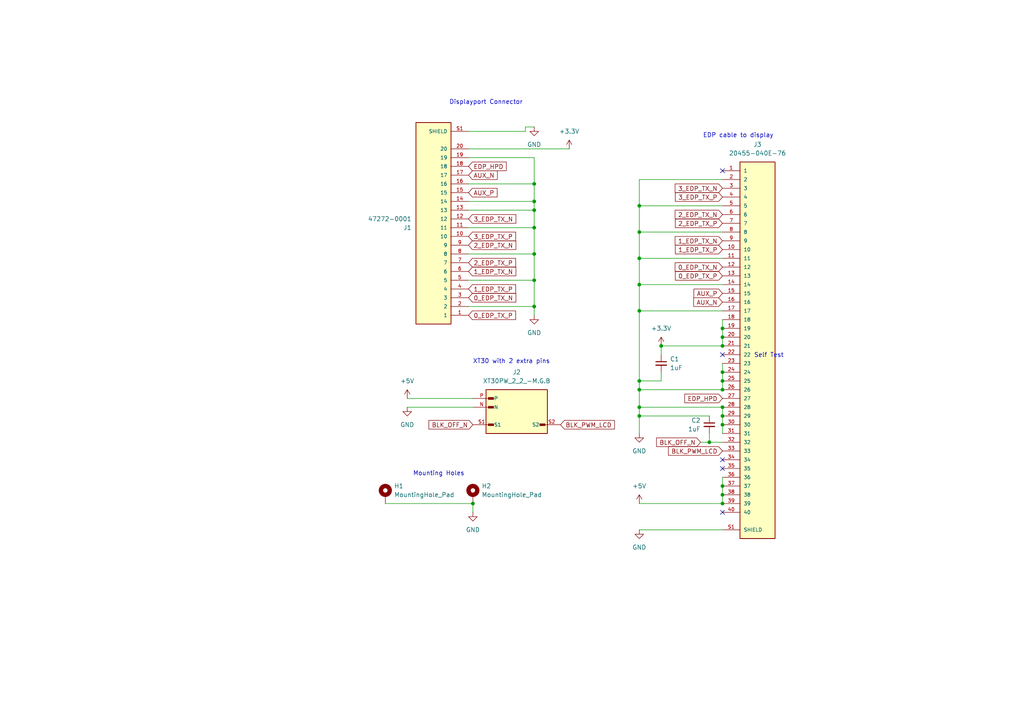
<source format=kicad_sch>
(kicad_sch (version 20250114) (generator "eeschema") (generator_version "9.0")
  (paper "A4")
  (lib_symbols
    (symbol "20455-040E-76:20455-040E-76" (pin_names (offset 1.016))
      (property "Reference" "J" (at -5.08 54.102 0))
      (property "Value" "20455-040E-76" (at -5.08 -58.42 0))
      (symbol "20455-040E-76_0_0"
        (rectangle (start -5.08 -55.88) (end 5.08 53.34) (stroke (width 0.254)) (fill (type background)))
        (pin passive line (at -10.16 50.8 0) (length 5.08) (name "1") (number "1"))
        (pin passive line (at -10.16 48.26 0) (length 5.08) (name "2") (number "2"))
        (pin passive line (at -10.16 45.72 0) (length 5.08) (name "3") (number "3"))
        (pin passive line (at -10.16 43.18 0) (length 5.08) (name "4") (number "4"))
        (pin passive line (at -10.16 40.64 0) (length 5.08) (name "5") (number "5"))
        (pin passive line (at -10.16 38.1 0) (length 5.08) (name "6") (number "6"))
        (pin passive line (at -10.16 35.56 0) (length 5.08) (name "7") (number "7"))
        (pin passive line (at -10.16 33.02 0) (length 5.08) (name "8") (number "8"))
        (pin passive line (at -10.16 30.48 0) (length 5.08) (name "9") (number "9"))
        (pin passive line (at -10.16 27.94 0) (length 5.08) (name "10") (number "10"))
        (pin passive line (at -10.16 25.4 0) (length 5.08) (name "11") (number "11"))
        (pin passive line (at -10.16 22.86 0) (length 5.08) (name "12") (number "12"))
        (pin passive line (at -10.16 20.32 0) (length 5.08) (name "13") (number "13"))
        (pin passive line (at -10.16 17.78 0) (length 5.08) (name "14") (number "14"))
        (pin passive line (at -10.16 15.24 0) (length 5.08) (name "15") (number "15"))
        (pin passive line (at -10.16 12.7 0) (length 5.08) (name "16") (number "16"))
        (pin passive line (at -10.16 10.16 0) (length 5.08) (name "17") (number "17"))
        (pin passive line (at -10.16 7.62 0) (length 5.08) (name "18") (number "18"))
        (pin passive line (at -10.16 5.08 0) (length 5.08) (name "19") (number "19"))
        (pin passive line (at -10.16 2.54 0) (length 5.08) (name "20") (number "20"))
        (pin passive line (at -10.16 0 0) (length 5.08) (name "21") (number "21"))
        (pin passive line (at -10.16 -2.54 0) (length 5.08) (name "22") (number "22"))
        (pin passive line (at -10.16 -5.08 0) (length 5.08) (name "23") (number "23"))
        (pin passive line (at -10.16 -7.62 0) (length 5.08) (name "24") (number "24"))
        (pin passive line (at -10.16 -10.16 0) (length 5.08) (name "25") (number "25"))
        (pin passive line (at -10.16 -12.7 0) (length 5.08) (name "26") (number "26"))
        (pin passive line (at -10.16 -15.24 0) (length 5.08) (name "27") (number "27"))
        (pin passive line (at -10.16 -17.78 0) (length 5.08) (name "28") (number "28"))
        (pin passive line (at -10.16 -20.32 0) (length 5.08) (name "29") (number "29"))
        (pin passive line (at -10.16 -22.86 0) (length 5.08) (name "30") (number "30"))
        (pin passive line (at -10.16 -25.4 0) (length 5.08) (name "31") (number "31"))
        (pin passive line (at -10.16 -27.94 0) (length 5.08) (name "32") (number "32"))
        (pin passive line (at -10.16 -30.48 0) (length 5.08) (name "33") (number "33"))
        (pin passive line (at -10.16 -33.02 0) (length 5.08) (name "34") (number "34"))
        (pin passive line (at -10.16 -35.56 0) (length 5.08) (name "35") (number "35"))
        (pin passive line (at -10.16 -38.1 0) (length 5.08) (name "36") (number "36"))
        (pin passive line (at -10.16 -40.64 0) (length 5.08) (name "37") (number "37"))
        (pin passive line (at -10.16 -43.18 0) (length 5.08) (name "38") (number "38"))
        (pin passive line (at -10.16 -45.72 0) (length 5.08) (name "39") (number "39"))
        (pin passive line (at -10.16 -48.26 0) (length 5.08) (name "40") (number "40"))
        (pin passive line (at -10.16 -53.34 0) (length 5.08) (name "SHIELD") (number "S1"))
        (pin passive line (at -10.16 -53.34 0) (length 5.08) (hide yes) (name "SHIELD") (number "S2"))
        (pin passive line (at -10.16 -53.34 0) (length 5.08) (hide yes) (name "SHIELD") (number "S3"))
        (pin passive line (at -10.16 -53.34 0) (length 5.08) (hide yes) (name "SHIELD") (number "S4"))
      )
    )
    (symbol "47272-0001:47272-0001" (pin_names (offset 1.016))
      (property "Reference" "J" (at -5.08 28.448 0))
      (property "Value" "47272-0001" (at -5.08 -33.02 0))
      (symbol "47272-0001_0_0"
        (rectangle (start -5.08 -30.48) (end 5.08 27.94) (stroke (width 0.254)) (fill (type background)))
        (pin passive line (at -10.16 25.4 0) (length 5.08) (name "1") (number "1"))
        (pin passive line (at -10.16 22.86 0) (length 5.08) (name "2") (number "2"))
        (pin passive line (at -10.16 20.32 0) (length 5.08) (name "3") (number "3"))
        (pin passive line (at -10.16 17.78 0) (length 5.08) (name "4") (number "4"))
        (pin passive line (at -10.16 15.24 0) (length 5.08) (name "5") (number "5"))
        (pin passive line (at -10.16 12.7 0) (length 5.08) (name "6") (number "6"))
        (pin passive line (at -10.16 10.16 0) (length 5.08) (name "7") (number "7"))
        (pin passive line (at -10.16 7.62 0) (length 5.08) (name "8") (number "8"))
        (pin passive line (at -10.16 5.08 0) (length 5.08) (name "9") (number "9"))
        (pin passive line (at -10.16 2.54 0) (length 5.08) (name "10") (number "10"))
        (pin passive line (at -10.16 0 0) (length 5.08) (name "11") (number "11"))
        (pin passive line (at -10.16 -2.54 0) (length 5.08) (name "12") (number "12"))
        (pin passive line (at -10.16 -5.08 0) (length 5.08) (name "13") (number "13"))
        (pin passive line (at -10.16 -7.62 0) (length 5.08) (name "14") (number "14"))
        (pin passive line (at -10.16 -10.16 0) (length 5.08) (name "15") (number "15"))
        (pin passive line (at -10.16 -12.7 0) (length 5.08) (name "16") (number "16"))
        (pin passive line (at -10.16 -15.24 0) (length 5.08) (name "17") (number "17"))
        (pin passive line (at -10.16 -17.78 0) (length 5.08) (name "18") (number "18"))
        (pin passive line (at -10.16 -20.32 0) (length 5.08) (name "19") (number "19"))
        (pin passive line (at -10.16 -22.86 0) (length 5.08) (name "20") (number "20"))
        (pin passive line (at -10.16 -27.94 0) (length 5.08) (name "SHIELD") (number "S1"))
        (pin passive line (at -10.16 -27.94 0) (length 5.08) (hide yes) (name "SHIELD") (number "S2"))
        (pin passive line (at -10.16 -27.94 0) (length 5.08) (hide yes) (name "SHIELD") (number "S3"))
        (pin passive line (at -10.16 -27.94 0) (length 5.08) (hide yes) (name "SHIELD") (number "S4"))
      )
    )
    (symbol "Device:C_Small" (pin_numbers (hide yes)) (pin_names (offset 0.254) (hide yes))
      (property "Reference" "C" (at 0.254 1.778 0))
      (property "Value" "C_Small" (at 0.254 -2.032 0))
      (symbol "C_Small_0_1"
        (polyline (pts (xy -1.524 0.508) (xy 1.524 0.508)) (stroke (width 0.3048)))
        (polyline (pts (xy -1.524 -0.508) (xy 1.524 -0.508)) (stroke (width 0.3302)))
      )
      (symbol "C_Small_1_1"
        (pin passive line (at 0 2.54 270) (length 2.032) (name "~") (number "1"))
        (pin passive line (at 0 -2.54 90) (length 2.032) (name "~") (number "2"))
      )
    )
    (symbol "Mechanical:MountingHole_Pad" (pin_numbers (hide yes)) (pin_names (offset 1.016) (hide yes)) (in_bom no)
      (property "Reference" "H" (at 0 6.35 0))
      (property "Value" "MountingHole_Pad" (at 0 4.445 0))
      (symbol "MountingHole_Pad_0_1"
        (circle (center 0 1.27) (radius 1.27) (stroke (width 1.27)))
      )
      (symbol "MountingHole_Pad_1_1"
        (pin input line (at 0 -2.54 90) (length 2.54) (name "1") (number "1"))
      )
    )
    (symbol "XT30PW_2_2_-M.G.B:XT30PW_2_2_-M.G.B" (pin_names (offset 1.016))
      (property "Reference" "J" (at -8.89 5.842 0))
      (property "Value" "XT30PW_2_2_-M.G.B" (at -8.89 -10.16 0))
      (symbol "XT30PW_2_2_-M.G.B_0_0"
        (rectangle (start -8.89 -7.62) (end 8.89 5.08) (stroke (width 0.254)) (fill (type background)))
        (rectangle (start -8.255 2.2225) (end -6.6675 2.8575) (stroke (width 0.1)) (fill (type outline)))
        (rectangle (start -8.255 -0.3175) (end -6.6675 0.3175) (stroke (width 0.1)) (fill (type outline)))
        (rectangle (start -8.255 -5.3975) (end -6.6675 -4.7625) (stroke (width 0.1)) (fill (type outline)))
        (rectangle (start 6.6675 -5.3975) (end 8.255 -4.7625) (stroke (width 0.1)) (fill (type outline)))
        (pin power_in line (at -12.7 2.54 0) (length 5.08) (name "P") (number "P"))
        (pin power_in line (at -12.7 0 0) (length 5.08) (name "N") (number "N"))
        (pin passive line (at -12.7 -5.08 0) (length 5.08) (name "S1") (number "S1"))
        (pin passive line (at 12.7 -5.08 180) (length 5.08) (name "S2") (number "S2"))
      )
    )
    (symbol "power:+3.3V" (power) (pin_numbers (hide yes)) (pin_names (offset 0) (hide yes))
      (property "Value" "+3.3V" (at 0 3.556 0))
      (symbol "+3.3V_0_1"
        (polyline (pts (xy -0.762 1.27) (xy 0 2.54)))
        (polyline (pts (xy 0 2.54) (xy 0.762 1.27)))
        (polyline (pts (xy 0 0) (xy 0 2.54)))
      )
      (symbol "+3.3V_1_1"
        (pin power_in line (at 0 0 90) (length 0) (name "~") (number "1"))
      )
    )
    (symbol "power:+5V" (power) (pin_numbers (hide yes)) (pin_names (offset 0) (hide yes))
      (property "Value" "+5V" (at 0 3.556 0))
      (symbol "+5V_0_1"
        (polyline (pts (xy -0.762 1.27) (xy 0 2.54)))
        (polyline (pts (xy 0 2.54) (xy 0.762 1.27)))
        (polyline (pts (xy 0 0) (xy 0 2.54)))
      )
      (symbol "+5V_1_1"
        (pin power_in line (at 0 0 90) (length 0) (name "~") (number "1"))
      )
    )
    (symbol "power:GND" (power) (pin_numbers (hide yes)) (pin_names (offset 0) (hide yes))
      (property "Value" "GND" (at 0 -3.81 0))
      (symbol "GND_0_1"
        (polyline (pts (xy 0 0) (xy 0 -1.27) (xy 1.27 -1.27) (xy 0 -2.54) (xy -1.27 -1.27) (xy 0 -1.27)))
      )
      (symbol "GND_1_1"
        (pin power_in line (at 0 0 270) (length 0) (name "~") (number "1"))
      )
    )
  )
  (text "EDP cable to display" (at 214.122 39.37 0) (effects (font (size 1.27 1.27))))
  (text "Displayport Connector" (at 140.97 29.718 0) (effects (font (size 1.27 1.27))))
  (text "Mounting Holes" (at 127.254 137.414 0) (effects (font (size 1.27 1.27))))
  (text "Self Test" (at 223.012 103.124 0) (effects (font (size 1.27 1.27))))
  (text "XT30 with 2 extra pins" (at 148.336 104.902 0) (effects (font (size 1.27 1.27))))
  (junction (at 209.55 143.51))
  (junction (at 185.42 113.03))
  (junction (at 191.77 100.33))
  (junction (at 205.74 128.27))
  (junction (at 209.55 100.33))
  (junction (at 154.94 81.28))
  (junction (at 185.42 110.49))
  (junction (at 154.94 53.34))
  (junction (at 209.55 123.19))
  (junction (at 185.42 118.11))
  (junction (at 209.55 110.49))
  (junction (at 209.55 120.65))
  (junction (at 154.94 88.9))
  (junction (at 209.55 113.03))
  (junction (at 209.55 97.79))
  (junction (at 209.55 146.05))
  (junction (at 209.55 95.25))
  (junction (at 185.42 82.55))
  (junction (at 209.55 140.97))
  (junction (at 185.42 74.93))
  (junction (at 185.42 90.17))
  (junction (at 185.42 67.31))
  (junction (at 154.94 73.66))
  (junction (at 209.55 107.95))
  (junction (at 209.55 118.11))
  (junction (at 154.94 66.04))
  (junction (at 185.42 120.65))
  (junction (at 154.94 58.42))
  (junction (at 185.42 59.69))
  (junction (at 154.94 60.96))
  (junction (at 137.16 146.05))
  (no_connect (at 209.55 133.35))
  (no_connect (at 209.55 148.59))
  (no_connect (at 209.55 102.87))
  (no_connect (at 209.55 49.53))
  (no_connect (at 209.55 135.89))
  (wire (pts (xy 209.55 107.95) (xy 209.55 110.49)))
  (wire (pts (xy 209.55 123.19) (xy 209.55 125.73)))
  (wire (pts (xy 185.42 74.93) (xy 185.42 82.55)))
  (wire (pts (xy 135.89 66.04) (xy 154.94 66.04)))
  (wire (pts (xy 154.94 53.34) (xy 154.94 58.42)))
  (wire (pts (xy 185.42 120.65) (xy 185.42 125.73)))
  (wire (pts (xy 209.55 110.49) (xy 209.55 113.03)))
  (wire (pts (xy 205.74 125.73) (xy 205.74 128.27)))
  (wire (pts (xy 154.94 88.9) (xy 154.94 91.44)))
  (wire (pts (xy 154.94 60.96) (xy 154.94 66.04)))
  (wire (pts (xy 135.89 53.34) (xy 154.94 53.34)))
  (wire (pts (xy 135.89 73.66) (xy 154.94 73.66)))
  (wire (pts (xy 185.42 67.31) (xy 209.55 67.31)))
  (wire (pts (xy 185.42 153.67) (xy 209.55 153.67)))
  (wire (pts (xy 185.42 59.69) (xy 209.55 59.69)))
  (wire (pts (xy 185.42 74.93) (xy 209.55 74.93)))
  (wire (pts (xy 185.42 82.55) (xy 185.42 90.17)))
  (wire (pts (xy 203.2 128.27) (xy 205.74 128.27)))
  (wire (pts (xy 165.1 43.18) (xy 135.89 43.18)))
  (wire (pts (xy 191.77 102.87) (xy 191.77 100.33)))
  (wire (pts (xy 185.42 90.17) (xy 185.42 110.49)))
  (wire (pts (xy 205.74 128.27) (xy 209.55 128.27)))
  (wire (pts (xy 185.42 146.05) (xy 209.55 146.05)))
  (wire (pts (xy 209.55 138.43) (xy 209.55 140.97)))
  (wire (pts (xy 185.42 113.03) (xy 209.55 113.03)))
  (wire (pts (xy 118.11 115.57) (xy 137.16 115.57)))
  (wire (pts (xy 209.55 140.97) (xy 209.55 143.51)))
  (wire (pts (xy 209.55 120.65) (xy 209.55 123.19)))
  (wire (pts (xy 154.94 58.42) (xy 154.94 60.96)))
  (wire (pts (xy 185.42 82.55) (xy 209.55 82.55)))
  (wire (pts (xy 209.55 100.33) (xy 191.77 100.33)))
  (wire (pts (xy 135.89 88.9) (xy 154.94 88.9)))
  (wire (pts (xy 209.55 118.11) (xy 209.55 120.65)))
  (wire (pts (xy 209.55 118.11) (xy 185.42 118.11)))
  (wire (pts (xy 209.55 92.71) (xy 209.55 95.25)))
  (wire (pts (xy 185.42 118.11) (xy 185.42 120.65)))
  (wire (pts (xy 185.42 90.17) (xy 209.55 90.17)))
  (wire (pts (xy 135.89 58.42) (xy 154.94 58.42)))
  (wire (pts (xy 135.89 60.96) (xy 154.94 60.96)))
  (wire (pts (xy 154.94 66.04) (xy 154.94 73.66)))
  (wire (pts (xy 209.55 105.41) (xy 209.55 107.95)))
  (wire (pts (xy 185.42 113.03) (xy 185.42 118.11)))
  (wire (pts (xy 185.42 59.69) (xy 185.42 67.31)))
  (wire (pts (xy 209.55 143.51) (xy 209.55 146.05)))
  (wire (pts (xy 185.42 52.07) (xy 185.42 59.69)))
  (wire (pts (xy 185.42 110.49) (xy 185.42 113.03)))
  (wire (pts (xy 135.89 81.28) (xy 154.94 81.28)))
  (wire (pts (xy 135.89 45.72) (xy 154.94 45.72)))
  (wire (pts (xy 154.94 81.28) (xy 154.94 88.9)))
  (wire (pts (xy 191.77 110.49) (xy 185.42 110.49)))
  (wire (pts (xy 209.55 97.79) (xy 209.55 100.33)))
  (wire (pts (xy 154.94 73.66) (xy 154.94 81.28)))
  (wire (pts (xy 137.16 146.05) (xy 137.16 148.59)))
  (wire (pts (xy 209.55 95.25) (xy 209.55 97.79)))
  (wire (pts (xy 185.42 52.07) (xy 209.55 52.07)))
  (wire (pts (xy 152.4 38.1) (xy 135.89 38.1)))
  (wire (pts (xy 185.42 67.31) (xy 185.42 74.93)))
  (wire (pts (xy 111.76 146.05) (xy 137.16 146.05)))
  (wire (pts (xy 154.94 45.72) (xy 154.94 53.34)))
  (wire (pts (xy 154.94 36.83) (xy 152.4 36.83)))
  (wire (pts (xy 191.77 110.49) (xy 191.77 107.95)))
  (wire (pts (xy 118.11 118.11) (xy 137.16 118.11)))
  (wire (pts (xy 185.42 120.65) (xy 205.74 120.65)))
  (wire (pts (xy 152.4 36.83) (xy 152.4 38.1)))
  (global_label "1_EDP_TX_P" (shape input) (at 135.89 83.82 0) (property "Intersheetrefs" "${INTERSHEET_REFS}" (effects (hide yes))))
  (global_label "1_EDP_TX_N" (shape input) (at 135.89 78.74 0) (property "Intersheetrefs" "${INTERSHEET_REFS}" (effects (hide yes))))
  (global_label "AUX_P" (shape input) (at 209.55 85.09 180) (property "Intersheetrefs" "${INTERSHEET_REFS}" (effects (hide yes))))
  (global_label "EDP_HPD" (shape input) (at 209.55 115.57 180) (property "Intersheetrefs" "${INTERSHEET_REFS}" (effects (hide yes))))
  (global_label "0_EDP_TX_N" (shape input) (at 135.89 86.36 0) (property "Intersheetrefs" "${INTERSHEET_REFS}" (effects (hide yes))))
  (global_label "AUX_N" (shape input) (at 135.89 50.8 0) (property "Intersheetrefs" "${INTERSHEET_REFS}" (effects (hide yes))))
  (global_label "BLK_PWM_LCD" (shape input) (at 162.56 123.19 0) (property "Intersheetrefs" "${INTERSHEET_REFS}" (effects (hide yes))))
  (global_label "3_EDP_TX_N" (shape input) (at 135.89 63.5 0) (property "Intersheetrefs" "${INTERSHEET_REFS}" (effects (hide yes))))
  (global_label "3_EDP_TX_P" (shape input) (at 135.89 68.58 0) (property "Intersheetrefs" "${INTERSHEET_REFS}" (effects (hide yes))))
  (global_label "3_EDP_TX_N" (shape input) (at 209.55 54.61 180) (property "Intersheetrefs" "${INTERSHEET_REFS}" (effects (hide yes))))
  (global_label "2_EDP_TX_P" (shape input) (at 135.89 76.2 0) (property "Intersheetrefs" "${INTERSHEET_REFS}" (effects (hide yes))))
  (global_label "3_EDP_TX_P" (shape input) (at 209.55 57.15 180) (property "Intersheetrefs" "${INTERSHEET_REFS}" (effects (hide yes))))
  (global_label "BLK_PWM_LCD" (shape input) (at 209.55 130.81 180) (property "Intersheetrefs" "${INTERSHEET_REFS}" (effects (hide yes))))
  (global_label "0_EDP_TX_P" (shape input) (at 135.89 91.44 0) (property "Intersheetrefs" "${INTERSHEET_REFS}" (effects (hide yes))))
  (global_label "2_EDP_TX_P" (shape input) (at 209.55 64.77 180) (property "Intersheetrefs" "${INTERSHEET_REFS}" (effects (hide yes))))
  (global_label "AUX_P" (shape input) (at 135.89 55.88 0) (property "Intersheetrefs" "${INTERSHEET_REFS}" (effects (hide yes))))
  (global_label "2_EDP_TX_N" (shape input) (at 209.55 62.23 180) (property "Intersheetrefs" "${INTERSHEET_REFS}" (effects (hide yes))))
  (global_label "AUX_N" (shape input) (at 209.55 87.63 180) (property "Intersheetrefs" "${INTERSHEET_REFS}" (effects (hide yes))))
  (global_label "BLK_OFF_N" (shape input) (at 203.2 128.27 180) (property "Intersheetrefs" "${INTERSHEET_REFS}" (effects (hide yes))))
  (global_label "0_EDP_TX_P" (shape input) (at 209.55 80.01 180) (property "Intersheetrefs" "${INTERSHEET_REFS}" (effects (hide yes))))
  (global_label "1_EDP_TX_P" (shape input) (at 209.55 72.39 180) (property "Intersheetrefs" "${INTERSHEET_REFS}" (effects (hide yes))))
  (global_label "EDP_HPD" (shape input) (at 135.89 48.26 0) (property "Intersheetrefs" "${INTERSHEET_REFS}" (effects (hide yes))))
  (global_label "BLK_OFF_N" (shape input) (at 137.16 123.19 180) (property "Intersheetrefs" "${INTERSHEET_REFS}" (effects (hide yes))))
  (global_label "1_EDP_TX_N" (shape input) (at 209.55 69.85 180) (property "Intersheetrefs" "${INTERSHEET_REFS}" (effects (hide yes))))
  (global_label "0_EDP_TX_N" (shape input) (at 209.55 77.47 180) (property "Intersheetrefs" "${INTERSHEET_REFS}" (effects (hide yes))))
  (global_label "2_EDP_TX_N" (shape input) (at 135.89 71.12 0) (property "Intersheetrefs" "${INTERSHEET_REFS}" (effects (hide yes))))
  (symbol (lib_id "Mechanical:MountingHole_Pad") (at 111.76 143.51 0) (unit 1) (in_bom no)
    (property "Reference" "H1" (at 114.3 140.9699 0) (effects (justify left)))
    (property "Value" "MountingHole_Pad" (at 114.3 143.5099 0) (effects (justify left)))
    (property "Footprint" "MountingHole:MountingHole_2.2mm_M2_DIN965_Pad_TopBottom" (effects (hide yes)))
    (property "Description" "Mounting Hole with connection" (effects (hide yes)))
  )
  (symbol (lib_id "power:+5V") (at 118.11 115.57 0) (unit 1)
    (property "Reference" "#PWR01" (effects (hide yes)))
    (property "Value" "+5V" (at 118.11 110.49 0))
    (property "Description" "Power symbol creates a global label with name \"+5V\"" (effects (hide yes)))
  )
  (symbol (lib_id "20455-040E-76:20455-040E-76") (at 219.71 100.33 0) (unit 1)
    (property "Reference" "J3" (at 219.71 41.91 0))
    (property "Value" "20455-040E-76" (at 219.71 44.45 0))
    (property "Footprint" "SnapEDA:IPEX_20455-040E-76" (effects (hide yes)))
    (property "MF" "I-PEX" (effects (hide yes)))
    (property "Description_1" "40 POS Right Angle SMD 0.5 mm pitch, Horizontal mating type Micro-coaxial and FPC connector with mechanical lock (VESA standard connector) CABLINE-VS Receptacle" (effects (hide yes)))
    (property "Package" "None" (effects (hide yes)))
    (property "Price" "None" (effects (hide yes)))
    (property "Check_prices" "https://www.snapeda.com/parts/20455-040E-76/I-PEX/view-part/?ref=eda" (effects (hide yes)))
    (property "STANDARD" "Manufacturer Recommendations" (effects (hide yes)))
    (property "SnapEDA_Link" "https://www.snapeda.com/parts/20455-040E-76/I-PEX/view-part/?ref=snap" (effects (hide yes)))
    (property "MP" "20455-040E-76" (effects (hide yes)))
    (property "Availability" "In Stock" (effects (hide yes)))
    (property "MANUFACTURER" "I-PEX" (effects (hide yes)))
  )
  (symbol (lib_id "Mechanical:MountingHole_Pad") (at 137.16 143.51 0) (unit 1) (in_bom no)
    (property "Reference" "H2" (at 139.7 140.9699 0) (effects (justify left)))
    (property "Value" "MountingHole_Pad" (at 139.7 143.5099 0) (effects (justify left)))
    (property "Footprint" "MountingHole:MountingHole_2.2mm_M2_DIN965_Pad_TopBottom" (effects (hide yes)))
    (property "Description" "Mounting Hole with connection" (effects (hide yes)))
  )
  (symbol (lib_id "XT30PW_2_2_-M.G.B:XT30PW_2_2_-M.G.B") (at 149.86 118.11 0) (unit 1)
    (property "Reference" "J2" (at 149.86 107.95 0))
    (property "Value" "XT30PW_2_2_-M.G.B" (at 149.86 110.49 0))
    (property "Footprint" "SnapEDA:AMASS_XT30PW_2_2_-M.G.B" (effects (hide yes)))
    (property "MF" "AMASS" (effects (hide yes)))
    (property "MAXIMUM_PACKAGE_HEIGHT" "5.2mm" (effects (hide yes)))
    (property "CREATOR" "ANA" (effects (hide yes)))
    (property "Price" "None" (effects (hide yes)))
    (property "Package" "None" (effects (hide yes)))
    (property "Check_prices" "https://www.snapeda.com/parts/XT30PW(2+2)-M.G.B/AMASS/view-part/?ref=eda" (effects (hide yes)))
    (property "STANDARD" "Manufacturer Recommendations" (effects (hide yes)))
    (property "PARTREV" "NA" (effects (hide yes)))
    (property "SnapEDA_Link" "https://www.snapeda.com/parts/XT30PW(2+2)-M.G.B/AMASS/view-part/?ref=snap" (effects (hide yes)))
    (property "MP" "XT30PW(2+2)-M.G.B" (effects (hide yes)))
    (property "Description_1" "Industrial Control Plug" (effects (hide yes)))
    (property "Availability" "Not in stock" (effects (hide yes)))
    (property "MANUFACTURER" "AMASS" (effects (hide yes)))
  )
  (symbol (lib_id "Device:C_Small") (at 205.74 123.19 0) (mirror y) (unit 1)
    (property "Reference" "C2" (at 203.2 121.9262 0) (effects (justify left)))
    (property "Value" "1uF" (at 203.2 124.4662 0) (effects (justify left)))
    (property "Footprint" "Capacitor_SMD:C_0603_1608Metric_Pad1.08x0.95mm_HandSolder" (effects (hide yes)))
    (property "Description" "Unpolarized capacitor, small symbol" (effects (hide yes)))
  )
  (symbol (lib_id "Device:C_Small") (at 191.77 105.41 0) (unit 1)
    (property "Reference" "C1" (at 194.31 104.1462 0) (effects (justify left)))
    (property "Value" "1uF" (at 194.31 106.6862 0) (effects (justify left)))
    (property "Footprint" "Capacitor_SMD:C_0603_1608Metric_Pad1.08x0.95mm_HandSolder" (effects (hide yes)))
    (property "Description" "Unpolarized capacitor, small symbol" (effects (hide yes)))
  )
  (symbol (lib_id "power:GND") (at 185.42 125.73 0) (mirror y) (unit 1)
    (property "Reference" "#PWR07" (effects (hide yes)))
    (property "Value" "GND" (at 185.42 130.81 0))
    (property "Description" "Power symbol creates a global label with name \"GND\" , ground" (effects (hide yes)))
  )
  (symbol (lib_id "power:GND") (at 154.94 36.83 0) (unit 1)
    (property "Reference" "#PWR04" (effects (hide yes)))
    (property "Value" "GND" (at 154.94 41.91 0))
    (property "Description" "Power symbol creates a global label with name \"GND\" , ground" (effects (hide yes)))
  )
  (symbol (lib_id "power:GND") (at 154.94 91.44 0) (unit 1)
    (property "Reference" "#PWR05" (effects (hide yes)))
    (property "Value" "GND" (at 154.94 96.52 0))
    (property "Description" "Power symbol creates a global label with name \"GND\" , ground" (effects (hide yes)))
  )
  (symbol (lib_id "47272-0001:47272-0001") (at 125.73 66.04 180) (unit 1)
    (property "Reference" "J1" (at 119.38 66.0401 0) (effects (justify left)))
    (property "Value" "47272-0001" (at 119.38 63.5001 0) (effects (justify left)))
    (property "Footprint" "SnapEDA:MOLEX_47272-0001" (effects (hide yes)))
    (property "MF" "Molex" (effects (hide yes)))
    (property "DESCRIPTION" "Conn Display Port RCP 20 POS 0.5mm Solder RA SMD 20 Terminal 1 Port DisplayPort T/R" (effects (hide yes)))
    (property "PACKAGE" "None" (effects (hide yes)))
    (property "PRICE" "None" (effects (hide yes)))
    (property "Package" "None" (effects (hide yes)))
    (property "Check_prices" "https://www.snapeda.com/parts/472720001/Molex/view-part/?ref=eda" (effects (hide yes)))
    (property "Price" "None" (effects (hide yes)))
    (property "SnapEDA_Link" "https://www.snapeda.com/parts/472720001/Molex/view-part/?ref=snap" (effects (hide yes)))
    (property "MP" "472720001" (effects (hide yes)))
    (property "Availability" "In Stock" (effects (hide yes)))
    (property "AVAILABILITY" "Unavailable" (effects (hide yes)))
    (property "Description_1" "DisplayPort - Receptacle Connector 20 Position Surface Mount, Right Angle; Through Hole" (effects (hide yes)))
  )
  (symbol (lib_id "power:+5V") (at 185.42 146.05 0) (mirror y) (unit 1)
    (property "Reference" "#PWR08" (effects (hide yes)))
    (property "Value" "+5V" (at 185.42 140.97 0))
    (property "Description" "Power symbol creates a global label with name \"+5V\"" (effects (hide yes)))
  )
  (symbol (lib_id "power:GND") (at 185.42 153.67 0) (mirror y) (unit 1)
    (property "Reference" "#PWR09" (effects (hide yes)))
    (property "Value" "GND" (at 185.42 158.75 0))
    (property "Description" "Power symbol creates a global label with name \"GND\" , ground" (effects (hide yes)))
  )
  (symbol (lib_id "power:+3.3V") (at 165.1 43.18 0) (unit 1)
    (property "Reference" "#PWR06" (effects (hide yes)))
    (property "Value" "+3.3V" (at 165.1 38.1 0))
    (property "Description" "Power symbol creates a global label with name \"+3.3V\"" (effects (hide yes)))
  )
  (symbol (lib_id "power:GND") (at 137.16 148.59 0) (unit 1)
    (property "Reference" "#PWR03" (effects (hide yes)))
    (property "Value" "GND" (at 137.16 153.67 0))
    (property "Description" "Power symbol creates a global label with name \"GND\" , ground" (effects (hide yes)))
  )
  (symbol (lib_id "power:+3.3V") (at 191.77 100.33 0) (mirror y) (unit 1)
    (property "Reference" "#PWR010" (effects (hide yes)))
    (property "Value" "+3.3V" (at 191.77 95.25 0))
    (property "Description" "Power symbol creates a global label with name \"+3.3V\"" (effects (hide yes)))
  )
  (symbol (lib_id "power:GND") (at 118.11 118.11 0) (unit 1)
    (property "Reference" "#PWR02" (effects (hide yes)))
    (property "Value" "GND" (at 118.11 123.19 0))
    (property "Description" "Power symbol creates a global label with name \"GND\" , ground" (effects (hide yes)))
  )
)
</source>
